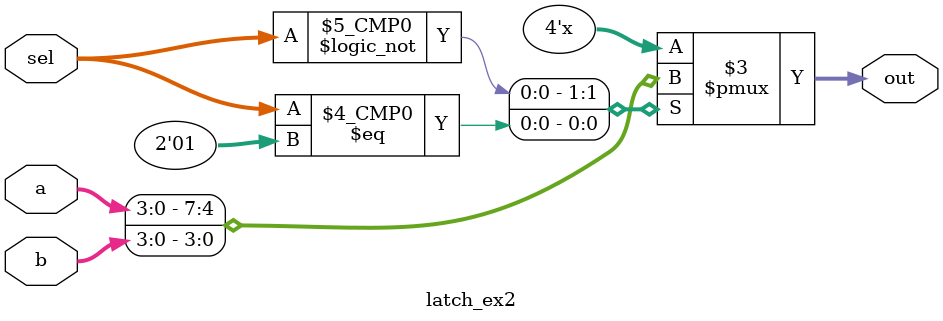
<source format=v>
`timescale 1ns / 1ps

module latch_ex2(
    input wire [1:0] sel,
    input wire [3:0] a,
    input wire [3:0] b,
    output reg [3:0] out
);

// Not covering all cases within a case block
    always @(*) begin
        case (sel)
            2'b00: out = a;
            2'b01: out = b;
            // sel = 2'b10 or 2'b11 
        endcase
    end

endmodule
</source>
